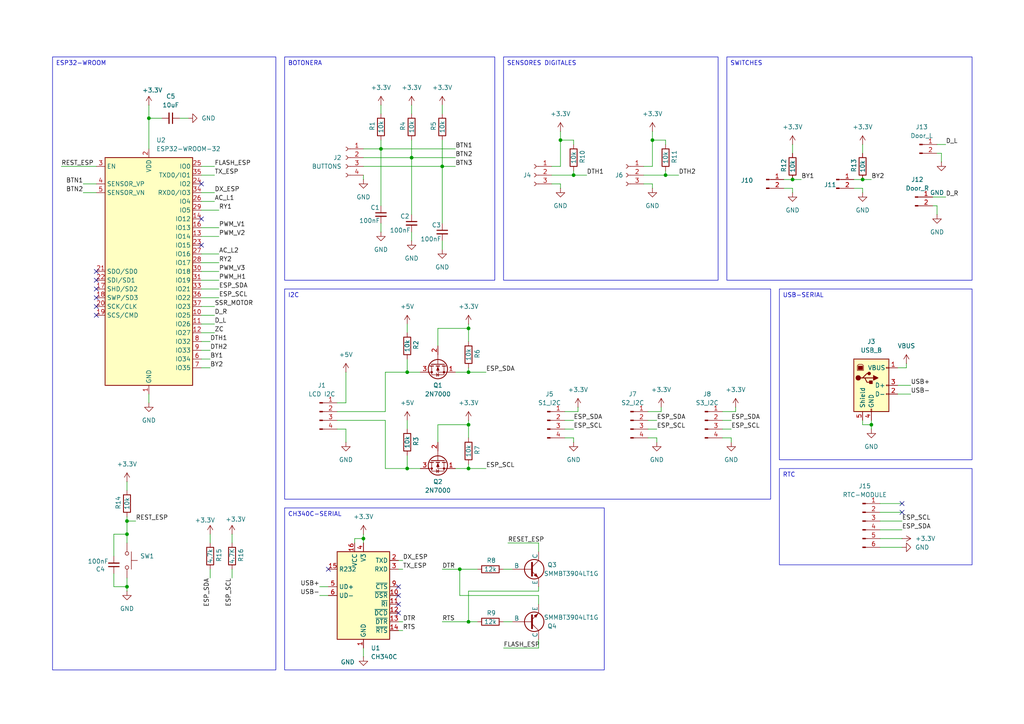
<source format=kicad_sch>
(kicad_sch (version 20250114) (generator "eeschema") (generator_version "9.0")
  (paper "A4")
  (lib_symbols
    (symbol "Connector:Conn_01x02_Pin" (pin_names (offset 1.016) (hide yes))
      (property "Reference" "J" (at 0 2.54 0))
      (property "Value" "Conn_01x02_Pin" (at 0 -5.08 0))
      (symbol "Conn_01x02_Pin_1_1"
        (pin passive line (at 5.08 0 180) (length 3.81) (name "Pin_1") (number "1"))
        (pin passive line (at 5.08 -2.54 180) (length 3.81) (name "Pin_2") (number "2"))
      )
    )
    (symbol "Connector:Conn_01x03_Socket" (pin_names (offset 1.016) (hide yes))
      (property "Reference" "J" (at 0 5.08 0))
      (property "Value" "Conn_01x03_Socket" (at 0 -5.08 0))
      (symbol "Conn_01x03_Socket_1_1"
        (pin passive line (at -5.08 2.54 0) (length 3.81) (name "Pin_1") (number "1"))
        (pin passive line (at -5.08 0 0) (length 3.81) (name "Pin_2") (number "2"))
        (pin passive line (at -5.08 -2.54 0) (length 3.81) (name "Pin_3") (number "3"))
      )
    )
    (symbol "Connector:Conn_01x04_Pin" (pin_names (offset 1.016) (hide yes))
      (property "Reference" "J" (at 0 5.08 0))
      (property "Value" "Conn_01x04_Pin" (at 0 -7.62 0))
      (symbol "Conn_01x04_Pin_1_1"
        (pin passive line (at 5.08 2.54 180) (length 3.81) (name "Pin_1") (number "1"))
        (pin passive line (at 5.08 0 180) (length 3.81) (name "Pin_2") (number "2"))
        (pin passive line (at 5.08 -2.54 180) (length 3.81) (name "Pin_3") (number "3"))
        (pin passive line (at 5.08 -5.08 180) (length 3.81) (name "Pin_4") (number "4"))
      )
    )
    (symbol "Connector:Conn_01x04_Socket" (pin_names (offset 1.016) (hide yes))
      (property "Reference" "J" (at 0 5.08 0))
      (property "Value" "Conn_01x04_Socket" (at 0 -7.62 0))
      (symbol "Conn_01x04_Socket_1_1"
        (pin passive line (at -5.08 2.54 0) (length 3.81) (name "Pin_1") (number "1"))
        (pin passive line (at -5.08 0 0) (length 3.81) (name "Pin_2") (number "2"))
        (pin passive line (at -5.08 -2.54 0) (length 3.81) (name "Pin_3") (number "3"))
        (pin passive line (at -5.08 -5.08 0) (length 3.81) (name "Pin_4") (number "4"))
      )
    )
    (symbol "Connector:Conn_01x06_Pin" (pin_names (offset 1.016) (hide yes))
      (property "Reference" "J" (at 0 7.62 0))
      (property "Value" "Conn_01x06_Pin" (at 0 -10.16 0))
      (symbol "Conn_01x06_Pin_1_1"
        (pin passive line (at 5.08 5.08 180) (length 3.81) (name "Pin_1") (number "1"))
        (pin passive line (at 5.08 2.54 180) (length 3.81) (name "Pin_2") (number "2"))
        (pin passive line (at 5.08 0 180) (length 3.81) (name "Pin_3") (number "3"))
        (pin passive line (at 5.08 -2.54 180) (length 3.81) (name "Pin_4") (number "4"))
        (pin passive line (at 5.08 -5.08 180) (length 3.81) (name "Pin_5") (number "5"))
        (pin passive line (at 5.08 -7.62 180) (length 3.81) (name "Pin_6") (number "6"))
      )
    )
    (symbol "Connector:USB_B" (pin_names (offset 1.016))
      (property "Reference" "J" (at -5.08 11.43 0))
      (property "Value" "USB_B" (at -5.08 8.89 0))
      (symbol "USB_B_1_1"
        (pin passive line (at -2.54 -10.16 90) (length 2.54) (name "Shield") (number "5"))
        (pin power_out line (at 0 -10.16 90) (length 2.54) (name "GND") (number "4"))
        (pin power_out line (at 7.62 5.08 180) (length 2.54) (name "VBUS") (number "1"))
        (pin bidirectional line (at 7.62 0 180) (length 2.54) (name "D+") (number "3"))
        (pin bidirectional line (at 7.62 -2.54 180) (length 2.54) (name "D-") (number "2"))
      )
    )
    (symbol "Device:C_Small" (pin_numbers (hide yes)) (pin_names (offset 0.254) (hide yes))
      (property "Reference" "C" (at 0.254 1.778 0))
      (property "Value" "C_Small" (at 0.254 -2.032 0))
      (symbol "C_Small_1_1"
        (pin passive line (at 0 2.54 270) (length 2.032) (name "~") (number "1"))
        (pin passive line (at 0 -2.54 90) (length 2.032) (name "~") (number "2"))
      )
    )
    (symbol "Device:R" (pin_numbers (hide yes)) (pin_names (offset 0))
      (property "Reference" "R" (at 2.032 0 90))
      (property "Value" "R" (at 0 0 90))
      (symbol "R_1_1"
        (pin passive line (at 0 3.81 270) (length 1.27) (name "~") (number "1"))
        (pin passive line (at 0 -3.81 90) (length 1.27) (name "~") (number "2"))
      )
    )
    (symbol "Interface_USB:CH340C"
      (property "Reference" "U" (at -5.08 13.97 0))
      (property "Value" "CH340C" (at 1.27 13.97 0))
      (symbol "CH340C_1_1"
        (pin input line (at -10.16 7.62 0) (length 2.54) (name "R232") (number "15"))
        (pin bidirectional line (at -10.16 2.54 0) (length 2.54) (name "UD+") (number "5"))
        (pin bidirectional line (at -10.16 0 0) (length 2.54) (name "UD-") (number "6"))
        (pin no_connect line (at -7.62 -5.08 0) (length 2.54) (hide yes) (name "NC") (number "7"))
        (pin no_connect line (at -7.62 -7.62 0) (length 2.54) (hide yes) (name "NC") (number "8"))
        (pin power_in line (at -2.54 15.24 270) (length 2.54) (name "VCC") (number "16"))
        (pin power_out line (at 0 15.24 270) (length 2.54) (name "V3") (number "4"))
        (pin power_in line (at 0 -15.24 90) (length 2.54) (name "GND") (number "1"))
        (pin output line (at 10.16 10.16 180) (length 2.54) (name "TXD") (number "2"))
        (pin input line (at 10.16 7.62 180) (length 2.54) (name "RXD") (number "3"))
        (pin input line (at 10.16 2.54 180) (length 2.54) (name "~{CTS}") (number "9"))
        (pin input line (at 10.16 0 180) (length 2.54) (name "~{DSR}") (number "10"))
        (pin input line (at 10.16 -2.54 180) (length 2.54) (name "~{RI}") (number "11"))
        (pin input line (at 10.16 -5.08 180) (length 2.54) (name "~{DCD}") (number "12"))
        (pin output line (at 10.16 -7.62 180) (length 2.54) (name "~{DTR}") (number "13"))
        (pin output line (at 10.16 -10.16 180) (length 2.54) (name "~{RTS}") (number "14"))
      )
    )
    (symbol "RF_Module:ESP32-WROOM-32"
      (property "Reference" "U" (at -12.7 34.29 0))
      (property "Value" "ESP32-WROOM-32" (at 1.27 34.29 0))
      (symbol "ESP32-WROOM-32_1_1"
        (pin input line (at -15.24 30.48 0) (length 2.54) (name "EN") (number "3"))
        (pin input line (at -15.24 25.4 0) (length 2.54) (name "SENSOR_VP") (number "4"))
        (pin input line (at -15.24 22.86 0) (length 2.54) (name "SENSOR_VN") (number "5"))
        (pin bidirectional line (at -15.24 0 0) (length 2.54) (name "SDO/SD0") (number "21"))
        (pin bidirectional line (at -15.24 -2.54 0) (length 2.54) (name "SDI/SD1") (number "22"))
        (pin bidirectional line (at -15.24 -5.08 0) (length 2.54) (name "SHD/SD2") (number "17"))
        (pin bidirectional line (at -15.24 -7.62 0) (length 2.54) (name "SWP/SD3") (number "18"))
        (pin bidirectional line (at -15.24 -10.16 0) (length 2.54) (name "SCK/CLK") (number "20"))
        (pin bidirectional line (at -15.24 -12.7 0) (length 2.54) (name "SCS/CMD") (number "19"))
        (pin no_connect line (at -12.7 -27.94 0) (length 2.54) (hide yes) (name "NC") (number "32"))
        (pin power_in line (at 0 35.56 270) (length 2.54) (name "VDD") (number "2"))
        (pin power_in line (at 0 -35.56 90) (length 2.54) (name "GND") (number "1"))
        (pin passive line (at 0 -35.56 90) (length 2.54) (hide yes) (name "GND") (number "15"))
        (pin passive line (at 0 -35.56 90) (length 2.54) (hide yes) (name "GND") (number "38"))
        (pin passive line (at 0 -35.56 90) (length 2.54) (hide yes) (name "GND") (number "39"))
        (pin bidirectional line (at 15.24 30.48 180) (length 2.54) (name "IO0") (number "25"))
        (pin bidirectional line (at 15.24 27.94 180) (length 2.54) (name "TXD0/IO1") (number "35"))
        (pin bidirectional line (at 15.24 25.4 180) (length 2.54) (name "IO2") (number "24"))
        (pin bidirectional line (at 15.24 22.86 180) (length 2.54) (name "RXD0/IO3") (number "34"))
        (pin bidirectional line (at 15.24 20.32 180) (length 2.54) (name "IO4") (number "26"))
        (pin bidirectional line (at 15.24 17.78 180) (length 2.54) (name "IO5") (number "29"))
        (pin bidirectional line (at 15.24 15.24 180) (length 2.54) (name "IO12") (number "14"))
        (pin bidirectional line (at 15.24 12.7 180) (length 2.54) (name "IO13") (number "16"))
        (pin bidirectional line (at 15.24 10.16 180) (length 2.54) (name "IO14") (number "13"))
        (pin bidirectional line (at 15.24 7.62 180) (length 2.54) (name "IO15") (number "23"))
        (pin bidirectional line (at 15.24 5.08 180) (length 2.54) (name "IO16") (number "27"))
        (pin bidirectional line (at 15.24 2.54 180) (length 2.54) (name "IO17") (number "28"))
        (pin bidirectional line (at 15.24 0 180) (length 2.54) (name "IO18") (number "30"))
        (pin bidirectional line (at 15.24 -2.54 180) (length 2.54) (name "IO19") (number "31"))
        (pin bidirectional line (at 15.24 -5.08 180) (length 2.54) (name "IO21") (number "33"))
        (pin bidirectional line (at 15.24 -7.62 180) (length 2.54) (name "IO22") (number "36"))
        (pin bidirectional line (at 15.24 -10.16 180) (length 2.54) (name "IO23") (number "37"))
        (pin bidirectional line (at 15.24 -12.7 180) (length 2.54) (name "IO25") (number "10"))
        (pin bidirectional line (at 15.24 -15.24 180) (length 2.54) (name "IO26") (number "11"))
        (pin bidirectional line (at 15.24 -17.78 180) (length 2.54) (name "IO27") (number "12"))
        (pin bidirectional line (at 15.24 -20.32 180) (length 2.54) (name "IO32") (number "8"))
        (pin bidirectional line (at 15.24 -22.86 180) (length 2.54) (name "IO33") (number "9"))
        (pin input line (at 15.24 -25.4 180) (length 2.54) (name "IO34") (number "6"))
        (pin input line (at 15.24 -27.94 180) (length 2.54) (name "IO35") (number "7"))
      )
    )
    (symbol "Simulation_SPICE:NPN" (pin_numbers (hide yes)) (pin_names (offset 0))
      (property "Reference" "Q" (at -2.54 7.62 0))
      (property "Value" "NPN" (at -2.54 5.08 0))
      (symbol "NPN_1_1"
        (pin input line (at -5.08 0 0) (length 2.54) (name "B") (number "2"))
        (pin open_collector line (at 2.54 5.08 270) (length 2.54) (name "C") (number "1"))
        (pin open_emitter line (at 2.54 -5.08 90) (length 2.54) (name "E") (number "3"))
      )
    )
    (symbol "Switch:SW_Push" (pin_numbers (hide yes)) (pin_names (offset 1.016) (hide yes))
      (property "Reference" "SW" (at 1.27 2.54 0))
      (property "Value" "SW_Push" (at 0 -1.524 0))
      (symbol "SW_Push_0_1"
        (pin passive line (at -5.08 0 0) (length 2.54) (name "1") (number "1"))
        (pin passive line (at 5.08 0 180) (length 2.54) (name "2") (number "2"))
      )
    )
    (symbol "Transistor_FET:2N7000" (pin_names (hide yes))
      (property "Reference" "Q" (at 5.08 1.905 0))
      (property "Value" "2N7000" (at 5.08 0 0))
      (symbol "2N7000_1_1"
        (pin input line (at -5.08 0 0) (length 2.54) (name "G") (number "2"))
        (pin passive line (at 2.54 5.08 270) (length 2.54) (name "D") (number "3"))
        (pin passive line (at 2.54 -5.08 90) (length 2.54) (name "S") (number "1"))
      )
    )
    (symbol "power:+3.3V" (power) (pin_numbers (hide yes)) (pin_names (offset 0) (hide yes))
      (property "Value" "+3.3V" (at 0 3.556 0))
      (symbol "+3.3V_1_1"
        (pin power_in line (at 0 0 90) (length 0) (name "~") (number "1"))
      )
    )
    (symbol "power:+5V" (power) (pin_numbers (hide yes)) (pin_names (offset 0) (hide yes))
      (property "Value" "+5V" (at 0 3.556 0))
      (symbol "+5V_1_1"
        (pin power_in line (at 0 0 90) (length 0) (name "~") (number "1"))
      )
    )
    (symbol "power:GND" (power) (pin_numbers (hide yes)) (pin_names (offset 0) (hide yes))
      (property "Value" "GND" (at 0 -3.81 0))
      (symbol "GND_1_1"
        (pin power_in line (at 0 0 270) (length 0) (name "~") (number "1"))
      )
    )
    (symbol "power:VBUS" (power) (pin_numbers (hide yes)) (pin_names (offset 0) (hide yes))
      (property "Value" "VBUS" (at 0 3.556 0))
      (symbol "VBUS_1_1"
        (pin power_in line (at 0 0 90) (length 0) (name "~") (number "1"))
      )
    )
  )
  (text_box "SWITCHES\n" (at 210.82 16.51 0) (size 71.12 64.77) (margins 0.9525 0.9525 0.9525 0.9525) (effects (font (size 1.27 1.27)) (justify left top)))
  (text_box "BOTONERA" (at 82.55 16.51 0) (size 60.96 64.77) (margins 0.9525 0.9525 0.9525 0.9525) (effects (font (size 1.27 1.27)) (justify left top)))
  (text_box "SENSORES DIGITALES" (at 146.05 16.51 0) (size 62.23 64.77) (margins 0.9525 0.9525 0.9525 0.9525) (effects (font (size 1.27 1.27)) (justify left top)))
  (text_box "I2C" (at 82.55 83.82 0) (size 140.97 60.96) (margins 0.9525 0.9525 0.9525 0.9525) (effects (font (size 1.27 1.27)) (justify left top)))
  (text_box "USB-SERIAL" (at 226.06 83.82 0) (size 55.88 49.53) (margins 0.9525 0.9525 0.9525 0.9525) (effects (font (size 1.27 1.27)) (justify left top)))
  (text_box "CH340C-SERIAL\n" (at 82.55 147.32 0) (size 92.71 46.99) (margins 0.9525 0.9525 0.9525 0.9525) (effects (font (size 1.27 1.27)) (justify left top)))
  (text_box "RTC\n" (at 226.06 135.89 0) (size 55.88 27.94) (margins 0.9525 0.9525 0.9525 0.9525) (effects (font (size 1.27 1.27)) (justify left top)))
  (text_box "ESP32-WROOM\n" (at 15.24 16.51 0) (size 64.77 177.8) (margins 0.9525 0.9525 0.9525 0.9525) (effects (font (size 1.27 1.27)) (justify left top)))
  (junction (at 43.18 34.29))
  (junction (at 105.41 156.21))
  (junction (at 135.89 123.19))
  (junction (at 229.87 52.07))
  (junction (at 252.73 123.19))
  (junction (at 135.89 135.89))
  (junction (at 189.23 40.64))
  (junction (at 166.37 50.8))
  (junction (at 36.83 151.13))
  (junction (at 162.56 40.64))
  (junction (at 128.27 48.26))
  (junction (at 133.35 165.1))
  (junction (at 118.11 135.89))
  (junction (at 250.19 52.07))
  (junction (at 110.49 43.18))
  (junction (at 135.89 107.95))
  (junction (at 118.11 107.95))
  (junction (at 36.83 170.18))
  (junction (at 36.83 154.94))
  (junction (at 193.04 50.8))
  (junction (at 135.89 180.34))
  (junction (at 135.89 95.25))
  (junction (at 119.38 45.72))
  (no_connect (at 58.42 53.34))
  (no_connect (at 261.62 148.59))
  (no_connect (at 58.42 63.5))
  (no_connect (at 27.94 88.9))
  (no_connect (at 58.42 71.12))
  (no_connect (at 27.94 83.82))
  (no_connect (at 115.57 177.8))
  (no_connect (at 261.62 146.05))
  (no_connect (at 95.25 165.1))
  (no_connect (at 115.57 175.26))
  (no_connect (at 27.94 78.74))
  (no_connect (at 27.94 81.28))
  (no_connect (at 115.57 172.72))
  (no_connect (at 27.94 91.44))
  (no_connect (at 27.94 86.36))
  (no_connect (at 115.57 170.18))
  (wire (pts (xy 135.89 135.89) (xy 132.08 135.89)))
  (wire (pts (xy 58.42 60.96) (xy 63.5 60.96)))
  (wire (pts (xy 60.96 154.94) (xy 60.96 157.48)))
  (wire (pts (xy 135.89 171.45) (xy 135.89 180.34)))
  (wire (pts (xy 212.09 128.27) (xy 212.09 127)))
  (wire (pts (xy 36.83 171.45) (xy 36.83 170.18)))
  (wire (pts (xy 36.83 151.13) (xy 36.83 154.94)))
  (wire (pts (xy 58.42 55.88) (xy 62.23 55.88)))
  (wire (pts (xy 67.31 154.94) (xy 67.31 157.48)))
  (wire (pts (xy 97.79 121.92) (xy 111.76 121.92)))
  (wire (pts (xy 100.33 116.84) (xy 97.79 116.84)))
  (wire (pts (xy 105.41 154.94) (xy 105.41 156.21)))
  (wire (pts (xy 60.96 165.1) (xy 60.96 167.64)))
  (wire (pts (xy 166.37 40.64) (xy 162.56 40.64)))
  (wire (pts (xy 189.23 38.1) (xy 189.23 40.64)))
  (wire (pts (xy 260.35 111.76) (xy 264.16 111.76)))
  (wire (pts (xy 193.04 50.8) (xy 196.85 50.8)))
  (wire (pts (xy 102.87 156.21) (xy 105.41 156.21)))
  (wire (pts (xy 262.89 105.41) (xy 262.89 106.68)))
  (wire (pts (xy 100.33 128.27) (xy 100.33 124.46)))
  (wire (pts (xy 119.38 45.72) (xy 132.08 45.72)))
  (wire (pts (xy 33.02 170.18) (xy 36.83 170.18)))
  (wire (pts (xy 58.42 106.68) (xy 60.96 106.68)))
  (wire (pts (xy 135.89 123.19) (xy 135.89 127)))
  (wire (pts (xy 255.27 151.13) (xy 261.62 151.13)))
  (wire (pts (xy 156.21 171.45) (xy 135.89 171.45)))
  (wire (pts (xy 127 95.25) (xy 135.89 95.25)))
  (wire (pts (xy 58.42 83.82) (xy 63.5 83.82)))
  (wire (pts (xy 189.23 53.34) (xy 189.23 54.61)))
  (wire (pts (xy 127 100.33) (xy 127 95.25)))
  (wire (pts (xy 67.31 165.1) (xy 67.31 167.64)))
  (wire (pts (xy 58.42 99.06) (xy 60.96 99.06)))
  (wire (pts (xy 146.05 180.34) (xy 148.59 180.34)))
  (wire (pts (xy 92.71 172.72) (xy 95.25 172.72)))
  (wire (pts (xy 255.27 146.05) (xy 261.62 146.05)))
  (wire (pts (xy 156.21 157.48) (xy 156.21 160.02)))
  (wire (pts (xy 191.77 118.11) (xy 191.77 119.38)))
  (wire (pts (xy 58.42 76.2) (xy 63.5 76.2)))
  (wire (pts (xy 43.18 34.29) (xy 43.18 30.48)))
  (wire (pts (xy 271.78 41.91) (xy 274.32 41.91)))
  (wire (pts (xy 135.89 107.95) (xy 132.08 107.95)))
  (wire (pts (xy 166.37 128.27) (xy 166.37 127)))
  (wire (pts (xy 105.41 156.21) (xy 105.41 157.48)))
  (wire (pts (xy 193.04 49.53) (xy 193.04 50.8)))
  (wire (pts (xy 33.02 154.94) (xy 36.83 154.94)))
  (wire (pts (xy 156.21 185.42) (xy 156.21 187.96)))
  (wire (pts (xy 127 123.19) (xy 135.89 123.19)))
  (wire (pts (xy 58.42 58.42) (xy 62.23 58.42)))
  (wire (pts (xy 111.76 107.95) (xy 118.11 107.95)))
  (wire (pts (xy 128.27 30.48) (xy 128.27 33.02)))
  (wire (pts (xy 167.64 118.11) (xy 167.64 119.38)))
  (wire (pts (xy 156.21 175.26) (xy 156.21 172.72)))
  (wire (pts (xy 255.27 148.59) (xy 261.62 148.59)))
  (wire (pts (xy 229.87 41.91) (xy 229.87 44.45)))
  (wire (pts (xy 250.19 55.88) (xy 250.19 54.61)))
  (wire (pts (xy 135.89 107.95) (xy 140.97 107.95)))
  (wire (pts (xy 166.37 121.92) (xy 163.83 121.92)))
  (wire (pts (xy 116.84 162.56) (xy 115.57 162.56)))
  (wire (pts (xy 227.33 52.07) (xy 229.87 52.07)))
  (wire (pts (xy 135.89 106.68) (xy 135.89 107.95)))
  (wire (pts (xy 128.27 69.85) (xy 128.27 72.39)))
  (wire (pts (xy 250.19 41.91) (xy 250.19 44.45)))
  (wire (pts (xy 102.87 157.48) (xy 102.87 156.21)))
  (wire (pts (xy 247.65 52.07) (xy 250.19 52.07)))
  (wire (pts (xy 255.27 156.21) (xy 261.62 156.21)))
  (wire (pts (xy 212.09 124.46) (xy 209.55 124.46)))
  (wire (pts (xy 162.56 48.26) (xy 160.02 48.26)))
  (wire (pts (xy 212.09 127) (xy 209.55 127)))
  (wire (pts (xy 100.33 107.95) (xy 100.33 116.84)))
  (wire (pts (xy 36.83 139.7) (xy 36.83 142.24)))
  (wire (pts (xy 128.27 48.26) (xy 128.27 64.77)))
  (wire (pts (xy 92.71 170.18) (xy 95.25 170.18)))
  (wire (pts (xy 36.83 151.13) (xy 39.37 151.13)))
  (wire (pts (xy 105.41 48.26) (xy 128.27 48.26)))
  (wire (pts (xy 62.23 48.26) (xy 58.42 48.26)))
  (wire (pts (xy 270.51 59.69) (xy 271.78 59.69)))
  (wire (pts (xy 118.11 104.14) (xy 118.11 107.95)))
  (wire (pts (xy 255.27 153.67) (xy 261.62 153.67)))
  (wire (pts (xy 190.5 128.27) (xy 190.5 127)))
  (wire (pts (xy 162.56 38.1) (xy 162.56 40.64)))
  (wire (pts (xy 262.89 106.68) (xy 260.35 106.68)))
  (wire (pts (xy 24.13 53.34) (xy 27.94 53.34)))
  (wire (pts (xy 58.42 50.8) (xy 62.23 50.8)))
  (wire (pts (xy 212.09 121.92) (xy 209.55 121.92)))
  (wire (pts (xy 58.42 81.28) (xy 63.5 81.28)))
  (wire (pts (xy 189.23 48.26) (xy 186.69 48.26)))
  (wire (pts (xy 58.42 66.04) (xy 63.5 66.04)))
  (wire (pts (xy 58.42 73.66) (xy 63.5 73.66)))
  (wire (pts (xy 58.42 96.52) (xy 62.23 96.52)))
  (wire (pts (xy 255.27 158.75) (xy 261.62 158.75)))
  (wire (pts (xy 110.49 64.77) (xy 110.49 67.31)))
  (wire (pts (xy 190.5 124.46) (xy 187.96 124.46)))
  (wire (pts (xy 111.76 135.89) (xy 118.11 135.89)))
  (wire (pts (xy 135.89 95.25) (xy 135.89 99.06)))
  (wire (pts (xy 229.87 52.07) (xy 232.41 52.07)))
  (wire (pts (xy 270.51 57.15) (xy 274.32 57.15)))
  (wire (pts (xy 156.21 171.45) (xy 156.21 170.18)))
  (wire (pts (xy 58.42 86.36) (xy 63.5 86.36)))
  (wire (pts (xy 187.96 119.38) (xy 191.77 119.38)))
  (wire (pts (xy 147.32 157.48) (xy 156.21 157.48)))
  (wire (pts (xy 116.84 180.34) (xy 115.57 180.34)))
  (wire (pts (xy 33.02 166.37) (xy 33.02 170.18)))
  (wire (pts (xy 133.35 165.1) (xy 138.43 165.1)))
  (wire (pts (xy 118.11 132.08) (xy 118.11 135.89)))
  (wire (pts (xy 271.78 44.45) (xy 273.05 44.45)))
  (wire (pts (xy 58.42 68.58) (xy 63.5 68.58)))
  (wire (pts (xy 229.87 55.88) (xy 229.87 54.61)))
  (wire (pts (xy 252.73 121.92) (xy 252.73 123.19)))
  (wire (pts (xy 24.13 55.88) (xy 27.94 55.88)))
  (wire (pts (xy 58.42 104.14) (xy 60.96 104.14)))
  (wire (pts (xy 209.55 119.38) (xy 213.36 119.38)))
  (wire (pts (xy 166.37 50.8) (xy 170.18 50.8)))
  (wire (pts (xy 166.37 41.91) (xy 166.37 40.64)))
  (wire (pts (xy 110.49 43.18) (xy 110.49 59.69)))
  (wire (pts (xy 116.84 182.88) (xy 115.57 182.88)))
  (wire (pts (xy 193.04 40.64) (xy 189.23 40.64)))
  (wire (pts (xy 36.83 149.86) (xy 36.83 151.13)))
  (wire (pts (xy 127 128.27) (xy 127 123.19)))
  (wire (pts (xy 162.56 40.64) (xy 162.56 48.26)))
  (wire (pts (xy 128.27 48.26) (xy 132.08 48.26)))
  (wire (pts (xy 166.37 127) (xy 163.83 127)))
  (wire (pts (xy 186.69 53.34) (xy 189.23 53.34)))
  (wire (pts (xy 250.19 121.92) (xy 250.19 123.19)))
  (wire (pts (xy 189.23 40.64) (xy 189.23 48.26)))
  (wire (pts (xy 128.27 165.1) (xy 133.35 165.1)))
  (wire (pts (xy 128.27 40.64) (xy 128.27 48.26)))
  (wire (pts (xy 110.49 30.48) (xy 110.49 33.02)))
  (wire (pts (xy 118.11 93.98) (xy 118.11 96.52)))
  (wire (pts (xy 213.36 118.11) (xy 213.36 119.38)))
  (wire (pts (xy 111.76 119.38) (xy 111.76 107.95)))
  (wire (pts (xy 111.76 121.92) (xy 111.76 135.89)))
  (wire (pts (xy 193.04 41.91) (xy 193.04 40.64)))
  (wire (pts (xy 162.56 53.34) (xy 162.56 54.61)))
  (wire (pts (xy 135.89 180.34) (xy 138.43 180.34)))
  (wire (pts (xy 186.69 50.8) (xy 193.04 50.8)))
  (wire (pts (xy 190.5 121.92) (xy 187.96 121.92)))
  (wire (pts (xy 146.05 187.96) (xy 156.21 187.96)))
  (wire (pts (xy 260.35 114.3) (xy 264.16 114.3)))
  (wire (pts (xy 110.49 43.18) (xy 132.08 43.18)))
  (wire (pts (xy 118.11 121.92) (xy 118.11 124.46)))
  (wire (pts (xy 43.18 114.3) (xy 43.18 116.84)))
  (wire (pts (xy 160.02 50.8) (xy 166.37 50.8)))
  (wire (pts (xy 46.99 34.29) (xy 43.18 34.29)))
  (wire (pts (xy 163.83 119.38) (xy 167.64 119.38)))
  (wire (pts (xy 105.41 50.8) (xy 105.41 52.07)))
  (wire (pts (xy 121.92 135.89) (xy 118.11 135.89)))
  (wire (pts (xy 250.19 54.61) (xy 247.65 54.61)))
  (wire (pts (xy 135.89 135.89) (xy 140.97 135.89)))
  (wire (pts (xy 116.84 165.1) (xy 115.57 165.1)))
  (wire (pts (xy 250.19 123.19) (xy 252.73 123.19)))
  (wire (pts (xy 119.38 67.31) (xy 119.38 69.85)))
  (wire (pts (xy 33.02 161.29) (xy 33.02 154.94)))
  (wire (pts (xy 166.37 49.53) (xy 166.37 50.8)))
  (wire (pts (xy 160.02 53.34) (xy 162.56 53.34)))
  (wire (pts (xy 58.42 101.6) (xy 60.96 101.6)))
  (wire (pts (xy 58.42 93.98) (xy 62.23 93.98)))
  (wire (pts (xy 250.19 52.07) (xy 252.73 52.07)))
  (wire (pts (xy 52.07 34.29) (xy 54.61 34.29)))
  (wire (pts (xy 105.41 187.96) (xy 105.41 190.5)))
  (wire (pts (xy 36.83 170.18) (xy 36.83 167.64)))
  (wire (pts (xy 58.42 78.74) (xy 63.5 78.74)))
  (wire (pts (xy 17.78 48.26) (xy 27.94 48.26)))
  (wire (pts (xy 105.41 45.72) (xy 119.38 45.72)))
  (wire (pts (xy 128.27 180.34) (xy 135.89 180.34)))
  (wire (pts (xy 105.41 43.18) (xy 110.49 43.18)))
  (wire (pts (xy 110.49 40.64) (xy 110.49 43.18)))
  (wire (pts (xy 100.33 124.46) (xy 97.79 124.46)))
  (wire (pts (xy 119.38 45.72) (xy 119.38 62.23)))
  (wire (pts (xy 36.83 154.94) (xy 36.83 157.48)))
  (wire (pts (xy 119.38 30.48) (xy 119.38 33.02)))
  (wire (pts (xy 229.87 54.61) (xy 227.33 54.61)))
  (wire (pts (xy 43.18 34.29) (xy 43.18 43.18)))
  (wire (pts (xy 146.05 165.1) (xy 148.59 165.1)))
  (wire (pts (xy 97.79 119.38) (xy 111.76 119.38)))
  (wire (pts (xy 190.5 127) (xy 187.96 127)))
  (wire (pts (xy 156.21 172.72) (xy 133.35 172.72)))
  (wire (pts (xy 271.78 59.69) (xy 271.78 62.23)))
  (wire (pts (xy 273.05 44.45) (xy 273.05 46.99)))
  (wire (pts (xy 121.92 107.95) (xy 118.11 107.95)))
  (wire (pts (xy 135.89 93.98) (xy 135.89 95.25)))
  (wire (pts (xy 166.37 124.46) (xy 163.83 124.46)))
  (wire (pts (xy 252.73 123.19) (xy 252.73 124.46)))
  (wire (pts (xy 58.42 91.44) (xy 62.23 91.44)))
  (wire (pts (xy 119.38 40.64) (xy 119.38 45.72)))
  (wire (pts (xy 58.42 88.9) (xy 62.23 88.9)))
  (wire (pts (xy 135.89 121.92) (xy 135.89 123.19)))
  (wire (pts (xy 133.35 172.72) (xy 133.35 165.1)))
  (wire (pts (xy 135.89 134.62) (xy 135.89 135.89)))
  (label "DX_ESP" (at 62.23 55.88 0))
  (label "ESP_SDA" (at 261.62 153.67 0))
  (label "AC_L2" (at 63.5 73.66 0))
  (label "ESP_SDA" (at 140.97 107.95 0))
  (label "DTR" (at 128.27 165.1 0))
  (label "USB+" (at 264.16 111.76 0))
  (label "RESET_ESP" (at 147.32 157.48 0))
  (label "ESP_SCL" (at 140.97 135.89 0))
  (label "ESP_SDA" (at 190.5 121.92 0))
  (label "PWM_H1" (at 63.5 81.28 0))
  (label "RY2" (at 63.5 76.2 0))
  (label "ESP_SCL" (at 190.5 124.46 0))
  (label "ESP_SDA" (at 212.09 121.92 0))
  (label "D_L" (at 274.32 41.91 0))
  (label "USB-" (at 92.71 172.72 180))
  (label "TX_ESP" (at 116.84 165.1 0))
  (label "USB-" (at 264.16 114.3 0))
  (label "FLASH_ESP" (at 146.05 187.96 0))
  (label "ESP_SCL" (at 166.37 124.46 0))
  (label "BY2" (at 60.96 106.68 0))
  (label "DTH2" (at 196.85 50.8 0))
  (label "REST_ESP" (at 39.37 151.13 0))
  (label "REST_ESP" (at 17.78 48.26 0))
  (label "D_R" (at 274.32 57.15 0))
  (label "FLASH_ESP" (at 62.23 48.26 0))
  (label "BTN1" (at 132.08 43.18 0))
  (label "RY1" (at 63.5 60.96 0))
  (label "TX_ESP" (at 62.23 50.8 0))
  (label "ESP_SCL" (at 67.31 167.64 270))
  (label "DX_ESP" (at 116.84 162.56 0))
  (label "USB+" (at 92.71 170.18 180))
  (label "BTN2" (at 24.13 55.88 180))
  (label "ESP_SCL" (at 261.62 151.13 0))
  (label "ESP_SDA" (at 60.96 167.64 270))
  (label "DTR" (at 116.84 180.34 0))
  (label "PWM_V1" (at 63.5 66.04 0))
  (label "DTH1" (at 60.96 99.06 0))
  (label "PWM_V3" (at 63.5 78.74 0))
  (label "DTH1" (at 170.18 50.8 0))
  (label "BTN1" (at 24.13 53.34 180))
  (label "D_R" (at 62.23 91.44 0))
  (label "ESP_SDA" (at 63.5 83.82 0))
  (label "BTN3" (at 132.08 48.26 0))
  (label "ESP_SDA" (at 166.37 121.92 0))
  (label "BY1" (at 232.41 52.07 0))
  (label "ZC" (at 62.23 96.52 0))
  (label "D_L" (at 62.23 93.98 0))
  (label "BTN2" (at 132.08 45.72 0))
  (label "BY1" (at 60.96 104.14 0))
  (label "DTH2" (at 60.96 101.6 0))
  (label "RTS" (at 128.27 180.34 0))
  (label "ESP_SCL" (at 212.09 124.46 0))
  (label "SSR_MOTOR" (at 62.23 88.9 0))
  (label "BY2" (at 252.73 52.07 0))
  (label "AC_L1" (at 62.23 58.42 0))
  (label "PWM_V2" (at 63.5 68.58 0))
  (label "ESP_SCL" (at 63.5 86.36 0))
  (label "RTS" (at 116.84 182.88 0))
  (symbol (lib_id "power:+3.3V") (at 162.56 38.1 0) (unit 1)
    (property "Reference" "#PWR018" (effects (hide yes)))
    (property "Value" "+3.3V" (at 162.56 33.02 0))
    (property "Description" "Power symbol creates a global label with name \"+3.3V\"" (effects (hide yes)))
  )
  (symbol (lib_id "power:GND") (at 162.56 54.61 0) (unit 1)
    (property "Reference" "#PWR019" (effects (hide yes)))
    (property "Value" "GND" (at 162.56 59.69 0))
    (property "Description" "Power symbol creates a global label with name \"GND\" , ground" (effects (hide yes)))
  )
  (symbol (lib_id "power:GND") (at 128.27 72.39 0) (unit 1)
    (property "Reference" "#PWR014" (effects (hide yes)))
    (property "Value" "GND" (at 128.27 77.47 0))
    (property "Description" "Power symbol creates a global label with name \"GND\" , ground" (effects (hide yes)))
  )
  (symbol (lib_id "power:VBUS") (at 262.89 105.41 0) (unit 1)
    (property "Reference" "#PWR017" (effects (hide yes)))
    (property "Value" "VBUS" (at 262.89 100.33 0))
    (property "Description" "Power symbol creates a global label with name \"VBUS\"" (effects (hide yes)))
  )
  (symbol (lib_id "power:+3.3V") (at 250.19 41.91 0) (mirror y) (unit 1)
    (property "Reference" "#PWR030" (effects (hide yes)))
    (property "Value" "+3.3V" (at 250.19 36.83 0))
    (property "Description" "Power symbol creates a global label with name \"+3.3V\"" (effects (hide yes)))
  )
  (symbol (lib_id "power:+3.3V") (at 261.62 156.21 270) (unit 1)
    (property "Reference" "#PWR042" (effects (hide yes)))
    (property "Value" "+3.3V" (at 265.43 156.2099 90) (effects (justify left)))
    (property "Description" "Power symbol creates a global label with name \"+3.3V\"" (effects (hide yes)))
  )
  (symbol (lib_id "Device:R") (at 119.38 36.83 0) (unit 1)
    (property "Reference" "R4" (at 116.84 36.576 90))
    (property "Value" "10k" (at 119.38 36.83 90))
    (property "Description" "Resistor" (effects (hide yes)))
  )
  (symbol (lib_id "Connector:Conn_01x04_Pin") (at 158.75 121.92 0) (unit 1)
    (property "Reference" "J5" (at 159.385 114.3 0))
    (property "Value" "S1_I2C" (at 159.385 116.84 0))
    (property "Footprint" "Connector_Molex:Molex_KK-254_AE-6410-04A_1x04_P2.54mm_Vertical" (effects (hide yes)))
    (property "Description" "Generic connector, single row, 01x04, script generated" (effects (hide yes)))
  )
  (symbol (lib_id "Device:R") (at 135.89 130.81 0) (mirror y) (unit 1)
    (property "Reference" "R7" (at 138.43 130.556 90))
    (property "Value" "10k" (at 135.89 130.81 90))
    (property "Description" "Resistor" (effects (hide yes)))
  )
  (symbol (lib_id "Device:R") (at 118.11 100.33 0) (mirror y) (unit 1)
    (property "Reference" "R2" (at 120.65 100.076 90))
    (property "Value" "10k" (at 118.11 100.33 90))
    (property "Description" "Resistor" (effects (hide yes)))
  )
  (symbol (lib_id "power:+3.3V") (at 167.64 118.11 0) (mirror y) (unit 1)
    (property "Reference" "#PWR021" (effects (hide yes)))
    (property "Value" "+3.3V" (at 167.64 113.03 0))
    (property "Description" "Power symbol creates a global label with name \"+3.3V\"" (effects (hide yes)))
  )
  (symbol (lib_id "Device:R") (at 110.49 36.83 0) (unit 1)
    (property "Reference" "R1" (at 107.95 36.576 90))
    (property "Value" "10k" (at 110.49 36.83 90))
    (property "Description" "Resistor" (effects (hide yes)))
  )
  (symbol (lib_id "Transistor_FET:2N7000") (at 127 105.41 90) (mirror x) (unit 1)
    (property "Reference" "Q1" (at 127 111.76 90))
    (property "Value" "2N7000" (at 127 114.3 90))
    (property "Footprint" "Package_TO_SOT_SMD:SOT-23-3" (effects (hide yes)))
    (property "Datasheet" "https://www.vishay.com/docs/70226/70226.pdf" (effects (hide yes)))
    (property "Description" "0.2A Id, 200V Vds, N-Channel MOSFET, 2.6V Logic Level, TO-92" (effects (hide yes)))
  )
  (symbol (lib_id "RF_Module:ESP32-WROOM-32") (at 43.18 78.74 0) (unit 1)
    (property "Reference" "U2" (at 45.3233 40.64 0) (effects (justify left)))
    (property "Value" "ESP32-WROOM-32" (at 45.3233 43.18 0) (effects (justify left)))
    (property "Footprint" "RF_Module:ESP32-WROOM-32" (effects (hide yes)))
    (property "Datasheet" "https://www.espressif.com/sites/default/files/documentation/esp32-wroom-32_datasheet_en.pdf" (effects (hide yes)))
    (property "Description" "RF Module, ESP32-D0WDQ6 SoC, Wi-Fi 802.11b/g/n, Bluetooth, BLE, 32-bit, 2.7-3.6V, onboard antenna, SMD" (effects (hide yes)))
  )
  (symbol (lib_id "Device:R") (at 118.11 128.27 0) (mirror y) (unit 1)
    (property "Reference" "R3" (at 120.65 128.016 90))
    (property "Value" "10k" (at 118.11 128.27 90))
    (property "Description" "Resistor" (effects (hide yes)))
  )
  (symbol (lib_id "power:+5V") (at 118.11 93.98 0) (mirror y) (unit 1)
    (property "Reference" "#PWR08" (effects (hide yes)))
    (property "Value" "+5V" (at 118.11 88.9 0))
    (property "Description" "Power symbol creates a global label with name \"+5V\"" (effects (hide yes)))
  )
  (symbol (lib_id "Interface_USB:CH340C") (at 105.41 172.72 0) (unit 1)
    (property "Reference" "U1" (at 107.5533 187.96 0) (effects (justify left)))
    (property "Value" "CH340C" (at 107.5533 190.5 0) (effects (justify left)))
    (property "Footprint" "Package_SO:SOIC-16_3.9x9.9mm_P1.27mm" (effects (hide yes)))
    (property "Datasheet" "https://datasheet.lcsc.com/szlcsc/Jiangsu-Qin-Heng-CH340C_C84681.pdf" (effects (hide yes)))
    (property "Description" "USB serial converter, crystal-less, UART, SOIC-16" (effects (hide yes)))
  )
  (symbol (lib_id "power:+3.3V") (at 229.87 41.91 0) (mirror y) (unit 1)
    (property "Reference" "#PWR028" (effects (hide yes)))
    (property "Value" "+3.3V" (at 229.87 36.83 0))
    (property "Description" "Power symbol creates a global label with name \"+3.3V\"" (effects (hide yes)))
  )
  (symbol (lib_id "power:GND") (at 110.49 67.31 0) (unit 1)
    (property "Reference" "#PWR07" (effects (hide yes)))
    (property "Value" "GND" (at 110.49 72.39 0))
    (property "Description" "Power symbol creates a global label with name \"GND\" , ground" (effects (hide yes)))
  )
  (symbol (lib_id "Device:R") (at 250.19 48.26 0) (unit 1)
    (property "Reference" "R13" (at 247.65 48.006 90))
    (property "Value" "10k" (at 250.19 48.26 90))
    (property "Description" "Resistor" (effects (hide yes)))
  )
  (symbol (lib_id "power:+3.3V") (at 119.38 30.48 0) (unit 1)
    (property "Reference" "#PWR010" (effects (hide yes)))
    (property "Value" "+3.3V" (at 119.38 25.4 0))
    (property "Description" "Power symbol creates a global label with name \"+3.3V\"" (effects (hide yes)))
  )
  (symbol (lib_id "power:GND") (at 212.09 128.27 0) (unit 1)
    (property "Reference" "#PWR026" (effects (hide yes)))
    (property "Value" "GND" (at 212.09 133.35 0))
    (property "Description" "Power symbol creates a global label with name \"GND\" , ground" (effects (hide yes)))
  )
  (symbol (lib_id "Connector:Conn_01x02_Pin") (at 265.43 57.15 0) (unit 1)
    (property "Reference" "J12" (at 266.065 52.07 0))
    (property "Value" "Door_R" (at 266.065 54.61 0))
    (property "Footprint" "Connector_JST:JST_XA_B02B-XASK-1_1x02_P2.50mm_Vertical" (effects (hide yes)))
    (property "Description" "Generic connector, single row, 01x02, script generated" (effects (hide yes)))
  )
  (symbol (lib_id "power:GND") (at 252.73 124.46 0) (unit 1)
    (property "Reference" "#PWR012" (effects (hide yes)))
    (property "Value" "GND" (at 252.73 129.54 0))
    (property "Description" "Power symbol creates a global label with name \"GND\" , ground" (effects (hide yes)))
  )
  (symbol (lib_id "power:GND") (at 36.83 171.45 0) (unit 1)
    (property "Reference" "#PWR035" (effects (hide yes)))
    (property "Value" "GND" (at 36.83 176.53 0))
    (property "Description" "Power symbol creates a global label with name \"GND\" , ground" (effects (hide yes)))
  )
  (symbol (lib_id "Device:R") (at 142.24 165.1 270) (unit 1)
    (property "Reference" "R8" (at 142.494 162.56 90))
    (property "Value" "12k" (at 142.24 165.1 90))
    (property "Description" "Resistor" (effects (hide yes)))
  )
  (symbol (lib_id "Connector:Conn_01x04_Pin") (at 204.47 121.92 0) (unit 1)
    (property "Reference" "J8" (at 205.105 114.3 0))
    (property "Value" "S3_I2C" (at 205.105 116.84 0))
    (property "Footprint" "Connector_Molex:Molex_KK-254_AE-6410-04A_1x04_P2.54mm_Vertical" (effects (hide yes)))
    (property "Description" "Generic connector, single row, 01x04, script generated" (effects (hide yes)))
  )
  (symbol (lib_id "Connector:Conn_01x02_Pin") (at 222.25 52.07 0) (unit 1)
    (property "Reference" "J10" (at 216.662 52.324 0))
    (property "Value" "Conn_01x02_Pin" (effects (hide yes)))
    (property "Footprint" "Connector_Molex:Molex_KK-254_AE-6410-02A_1x02_P2.54mm_Vertical" (effects (hide yes)))
    (property "Description" "Generic connector, single row, 01x02, script generated" (effects (hide yes)))
  )
  (symbol (lib_id "power:GND") (at 250.19 55.88 0) (unit 1)
    (property "Reference" "#PWR031" (effects (hide yes)))
    (property "Value" "GND" (at 250.19 60.96 0))
    (property "Description" "Power symbol creates a global label with name \"GND\" , ground" (effects (hide yes)))
  )
  (symbol (lib_id "power:GND") (at 105.41 52.07 0) (unit 1)
    (property "Reference" "#PWR05" (effects (hide yes)))
    (property "Value" "GND" (at 105.41 57.15 0))
    (property "Description" "Power symbol creates a global label with name \"GND\" , ground" (effects (hide yes)))
  )
  (symbol (lib_id "Device:C_Small") (at 49.53 34.29 270) (unit 1)
    (property "Reference" "C5" (at 49.5236 27.94 90))
    (property "Value" "10uF" (at 49.5236 30.48 90))
    (property "Footprint" "Capacitor_THT:C_Radial_D6.3mm_H7.0mm_P2.50mm" (effects (hide yes)))
    (property "Description" "Unpolarized capacitor, small symbol" (effects (hide yes)))
  )
  (symbol (lib_id "power:+3.3V") (at 128.27 30.48 0) (unit 1)
    (property "Reference" "#PWR013" (effects (hide yes)))
    (property "Value" "+3.3V" (at 128.27 25.4 0))
    (property "Description" "Power symbol creates a global label with name \"+3.3V\"" (effects (hide yes)))
  )
  (symbol (lib_id "Device:R") (at 67.31 161.29 0) (mirror y) (unit 1)
    (property "Reference" "R16" (at 69.85 161.036 90))
    (property "Value" "4.7K" (at 67.31 161.29 90))
    (property "Description" "Resistor" (effects (hide yes)))
  )
  (symbol (lib_id "power:+3.3V") (at 135.89 121.92 0) (mirror y) (unit 1)
    (property "Reference" "#PWR016" (effects (hide yes)))
    (property "Value" "+3.3V" (at 135.89 116.84 0))
    (property "Description" "Power symbol creates a global label with name \"+3.3V\"" (effects (hide yes)))
  )
  (symbol (lib_id "power:+3.3V") (at 189.23 38.1 0) (unit 1)
    (property "Reference" "#PWR022" (effects (hide yes)))
    (property "Value" "+3.3V" (at 189.23 33.02 0))
    (property "Description" "Power symbol creates a global label with name \"+3.3V\"" (effects (hide yes)))
  )
  (symbol (lib_id "Connector:Conn_01x03_Socket") (at 181.61 50.8 0) (mirror y) (unit 1)
    (property "Reference" "J6" (at 179.578 50.8 0))
    (property "Value" "DTH1" (effects (hide yes)))
    (property "Footprint" "Connector_Molex:Molex_KK-254_AE-6410-03A_1x03_P2.54mm_Vertical" (effects (hide yes)))
    (property "Description" "Generic connector, single row, 01x03, script generated" (effects (hide yes)))
  )
  (symbol (lib_id "Transistor_FET:2N7000") (at 127 133.35 90) (mirror x) (unit 1)
    (property "Reference" "Q2" (at 127 139.7 90))
    (property "Value" "2N7000" (at 127 142.24 90))
    (property "Footprint" "Package_TO_SOT_SMD:SOT-23-3" (effects (hide yes)))
    (property "Datasheet" "https://www.vishay.com/docs/70226/70226.pdf" (effects (hide yes)))
    (property "Description" "0.2A Id, 200V Vds, N-Channel MOSFET, 2.6V Logic Level, TO-92" (effects (hide yes)))
  )
  (symbol (lib_id "Device:R") (at 193.04 45.72 0) (mirror y) (unit 1)
    (property "Reference" "R11" (at 195.58 45.466 90))
    (property "Value" "10k" (at 193.04 45.72 90))
    (property "Description" "Resistor" (effects (hide yes)))
  )
  (symbol (lib_id "power:+3.3V") (at 135.89 93.98 0) (mirror y) (unit 1)
    (property "Reference" "#PWR015" (effects (hide yes)))
    (property "Value" "+3.3V" (at 135.89 88.9 0))
    (property "Description" "Power symbol creates a global label with name \"+3.3V\"" (effects (hide yes)))
  )
  (symbol (lib_id "Connector:Conn_01x02_Pin") (at 242.57 52.07 0) (unit 1)
    (property "Reference" "J11" (at 240.792 53.594 0))
    (property "Value" "Conn_01x02_Pin" (effects (hide yes)))
    (property "Footprint" "Connector_Molex:Molex_KK-254_AE-6410-02A_1x02_P2.54mm_Vertical" (effects (hide yes)))
    (property "Description" "Generic connector, single row, 01x02, script generated" (effects (hide yes)))
  )
  (symbol (lib_id "power:GND") (at 273.05 46.99 0) (unit 1)
    (property "Reference" "#PWR033" (effects (hide yes)))
    (property "Value" "GND" (at 271.78 55.88 0))
    (property "Description" "Power symbol creates a global label with name \"GND\" , ground" (effects (hide yes)))
  )
  (symbol (lib_id "Device:C_Small") (at 110.49 62.23 0) (unit 1)
    (property "Reference" "C1" (at 107.442 60.198 0) (effects (justify left)))
    (property "Value" "100nF" (at 104.14 64.008 0) (effects (justify left)))
    (property "Description" "Unpolarized capacitor, small symbol" (effects (hide yes)))
  )
  (symbol (lib_id "power:+3.3V") (at 213.36 118.11 0) (mirror y) (unit 1)
    (property "Reference" "#PWR027" (effects (hide yes)))
    (property "Value" "+3.3V" (at 213.36 113.03 0))
    (property "Description" "Power symbol creates a global label with name \"+3.3V\"" (effects (hide yes)))
  )
  (symbol (lib_id "power:+3.3V") (at 60.96 154.94 0) (mirror y) (unit 1)
    (property "Reference" "#PWR039" (effects (hide yes)))
    (property "Value" "+3.3V" (at 59.436 150.876 0))
    (property "Description" "Power symbol creates a global label with name \"+3.3V\"" (effects (hide yes)))
  )
  (symbol (lib_id "Simulation_SPICE:NPN") (at 153.67 180.34 0) (mirror x) (unit 1)
    (property "Reference" "Q4" (at 158.75 181.6101 0) (effects (justify left)))
    (property "Value" "SMMBT3904LT1G" (at 157.734 179.07 0) (effects (justify left)))
    (property "Footprint" "Package_TO_SOT_SMD:SOT-23-3" (effects (hide yes)))
    (property "Datasheet" "https://ngspice.sourceforge.io/docs/ngspice-html-manual/manual.xhtml#cha_BJTs" (effects (hide yes)))
    (property "Description" "Bipolar transistor symbol for simulation only, substrate tied to the emitter" (effects (hide yes)))
    (property "Sim.Device" "NPN" (effects (hide yes)))
    (property "Sim.Type" "GUMMELPOON" (effects (hide yes)))
    (property "Sim.Pins" "1=C 2=B 3=E" (effects (hide yes)))
  )
  (symbol (lib_id "Connector:USB_B") (at 252.73 111.76 0) (unit 1)
    (property "Reference" "J3" (at 252.73 99.06 0))
    (property "Value" "USB_B" (at 252.73 101.6 0))
    (property "Footprint" "Connector_USB:USB_B_OST_USB-B1HSxx_Horizontal" (effects (hide yes)))
    (property "Description" "USB Type B connector" (effects (hide yes)))
  )
  (symbol (lib_id "power:GND") (at 43.18 116.84 0) (unit 1)
    (property "Reference" "#PWR037" (effects (hide yes)))
    (property "Value" "GND" (at 43.18 121.92 0))
    (property "Description" "Power symbol creates a global label with name \"GND\" , ground" (effects (hide yes)))
  )
  (symbol (lib_id "Connector:Conn_01x03_Socket") (at 154.94 50.8 0) (mirror y) (unit 1)
    (property "Reference" "J4" (at 152.908 50.8 0))
    (property "Value" "DTH1" (effects (hide yes)))
    (property "Footprint" "Connector_Molex:Molex_KK-254_AE-6410-03A_1x03_P2.54mm_Vertical" (effects (hide yes)))
    (property "Description" "Generic connector, single row, 01x03, script generated" (effects (hide yes)))
  )
  (symbol (lib_id "Connector:Conn_01x02_Pin") (at 266.7 41.91 0) (unit 1)
    (property "Reference" "J13" (at 267.335 36.83 0))
    (property "Value" "Door_L" (at 267.335 39.37 0))
    (property "Footprint" "Connector_JST:JST_XA_B02B-XASK-1_1x02_P2.50mm_Vertical" (effects (hide yes)))
    (property "Description" "Generic connector, single row, 01x02, script generated" (effects (hide yes)))
  )
  (symbol (lib_id "power:+3.3V") (at 105.41 154.94 0) (unit 1)
    (property "Reference" "#PWR03" (effects (hide yes)))
    (property "Value" "+3.3V" (at 105.41 149.86 0))
    (property "Description" "Power symbol creates a global label with name \"+3.3V\"" (effects (hide yes)))
  )
  (symbol (lib_id "Connector:Conn_01x04_Socket") (at 100.33 45.72 0) (mirror y) (unit 1)
    (property "Reference" "J2" (at 99.06 45.7199 0) (effects (justify left)))
    (property "Value" "BUTTONS" (at 99.06 48.2599 0) (effects (justify left)))
    (property "Footprint" "Connector_JST:JST_EH_B4B-EH-A_1x04_P2.50mm_Vertical" (effects (hide yes)))
    (property "Description" "Generic connector, single row, 01x04, script generated" (effects (hide yes)))
  )
  (symbol (lib_id "Device:R") (at 229.87 48.26 0) (unit 1)
    (property "Reference" "R12" (at 227.33 48.006 90))
    (property "Value" "10k" (at 229.87 48.26 90))
    (property "Description" "Resistor" (effects (hide yes)))
  )
  (symbol (lib_id "Device:C_Small") (at 128.27 67.31 0) (unit 1)
    (property "Reference" "C3" (at 125.222 65.278 0) (effects (justify left)))
    (property "Value" "100nF" (at 121.92 69.342 0) (effects (justify left)))
    (property "Description" "Unpolarized capacitor, small symbol" (effects (hide yes)))
  )
  (symbol (lib_id "power:GND") (at 271.78 62.23 0) (unit 1)
    (property "Reference" "#PWR032" (effects (hide yes)))
    (property "Value" "GND" (at 271.78 67.31 0))
    (property "Description" "Power symbol creates a global label with name \"GND\" , ground" (effects (hide yes)))
  )
  (symbol (lib_id "power:+5V") (at 100.33 107.95 0) (unit 1)
    (property "Reference" "#PWR01" (effects (hide yes)))
    (property "Value" "+5V" (at 100.33 102.87 0))
    (property "Description" "Power symbol creates a global label with name \"+5V\"" (effects (hide yes)))
  )
  (symbol (lib_id "power:GND") (at 105.41 190.5 0) (unit 1)
    (property "Reference" "#PWR04" (effects (hide yes)))
    (property "Value" "GND" (at 100.838 192.024 0))
    (property "Description" "Power symbol creates a global label with name \"GND\" , ground" (effects (hide yes)))
  )
  (symbol (lib_id "Device:R") (at 60.96 161.29 0) (mirror y) (unit 1)
    (property "Reference" "R15" (at 63.5 161.036 90))
    (property "Value" "4.7k" (at 60.96 161.29 90))
    (property "Description" "Resistor" (effects (hide yes)))
  )
  (symbol (lib_id "Device:R") (at 135.89 102.87 0) (mirror y) (unit 1)
    (property "Reference" "R6" (at 138.43 102.616 90))
    (property "Value" "10k" (at 135.89 102.87 90))
    (property "Description" "Resistor" (effects (hide yes)))
  )
  (symbol (lib_id "Simulation_SPICE:NPN") (at 153.67 165.1 0) (unit 1)
    (property "Reference" "Q3" (at 158.75 163.8299 0) (effects (justify left)))
    (property "Value" "SMMBT3904LT1G" (at 157.734 166.37 0) (effects (justify left)))
    (property "Footprint" "Package_TO_SOT_SMD:SOT-23-3" (effects (hide yes)))
    (property "Datasheet" "https://ngspice.sourceforge.io/docs/ngspice-html-manual/manual.xhtml#cha_BJTs" (effects (hide yes)))
    (property "Description" "Bipolar transistor symbol for simulation only, substrate tied to the emitter" (effects (hide yes)))
    (property "Sim.Device" "NPN" (effects (hide yes)))
    (property "Sim.Type" "GUMMELPOON" (effects (hide yes)))
    (property "Sim.Pins" "1=C 2=B 3=E" (effects (hide yes)))
  )
  (symbol (lib_id "power:+3.3V") (at 36.83 139.7 0) (unit 1)
    (property "Reference" "#PWR034" (effects (hide yes)))
    (property "Value" "+3.3V" (at 36.83 134.62 0))
    (property "Description" "Power symbol creates a global label with name \"+3.3V\"" (effects (hide yes)))
  )
  (symbol (lib_id "Switch:SW_Push") (at 36.83 162.56 270) (unit 1)
    (property "Reference" "SW1" (at 40.64 161.2899 90) (effects (justify left)))
    (property "Value" "RESET_BTN" (effects (hide yes)))
    (property "Description" "Push button switch, generic, two pins" (effects (hide yes)))
  )
  (symbol (lib_id "power:GND") (at 119.38 69.85 0) (unit 1)
    (property "Reference" "#PWR011" (effects (hide yes)))
    (property "Value" "GND" (at 119.38 74.93 0))
    (property "Description" "Power symbol creates a global label with name \"GND\" , ground" (effects (hide yes)))
  )
  (symbol (lib_id "Device:C_Small") (at 33.02 163.83 180) (unit 1)
    (property "Reference" "C4" (at 30.48 165.0938 0) (effects (justify left)))
    (property "Value" "100nF" (at 31.496 162.814 0) (effects (justify left)))
    (property "Description" "Unpolarized capacitor, small symbol" (effects (hide yes)))
  )
  (symbol (lib_id "Connector:Conn_01x06_Pin") (at 250.19 151.13 0) (unit 1)
    (property "Reference" "J15" (at 250.825 140.97 0))
    (property "Value" "RTC-MODULE" (at 250.825 143.51 0))
    (property "Footprint" "Connector_PinHeader_2.54mm:PinHeader_1x06_P2.54mm_Vertical" (effects (hide yes)))
    (property "Description" "Generic connector, single row, 01x06, script generated" (effects (hide yes)))
  )
  (symbol (lib_id "power:+5V") (at 118.11 121.92 0) (mirror y) (unit 1)
    (property "Reference" "#PWR09" (effects (hide yes)))
    (property "Value" "+5V" (at 118.11 116.84 0))
    (property "Description" "Power symbol creates a global label with name \"+5V\"" (effects (hide yes)))
  )
  (symbol (lib_id "Device:C_Small") (at 119.38 64.77 0) (unit 1)
    (property "Reference" "C2" (at 116.078 62.738 0) (effects (justify left)))
    (property "Value" "100nF" (at 113.03 66.802 0) (effects (justify left)))
    (property "Description" "Unpolarized capacitor, small symbol" (effects (hide yes)))
  )
  (symbol (lib_id "power:GND") (at 100.33 128.27 0) (unit 1)
    (property "Reference" "#PWR02" (effects (hide yes)))
    (property "Value" "GND" (at 100.33 133.35 0))
    (property "Description" "Power symbol creates a global label with name \"GND\" , ground" (effects (hide yes)))
  )
  (symbol (lib_id "power:GND") (at 190.5 128.27 0) (unit 1)
    (property "Reference" "#PWR024" (effects (hide yes)))
    (property "Value" "GND" (at 190.5 133.35 0))
    (property "Description" "Power symbol creates a global label with name \"GND\" , ground" (effects (hide yes)))
  )
  (symbol (lib_id "Connector:Conn_01x04_Pin") (at 182.88 121.92 0) (unit 1)
    (property "Reference" "J7" (at 183.515 114.3 0))
    (property "Value" "S2_I2C" (at 183.515 116.84 0))
    (property "Footprint" "Connector_Molex:Molex_KK-254_AE-6410-04A_1x04_P2.54mm_Vertical" (effects (hide yes)))
    (property "Description" "Generic connector, single row, 01x04, script generated" (effects (hide yes)))
  )
  (symbol (lib_id "power:+3.3V") (at 43.18 30.48 0) (mirror y) (unit 1)
    (property "Reference" "#PWR036" (effects (hide yes)))
    (property "Value" "+3.3V" (at 44.196 26.162 0))
    (property "Description" "Power symbol creates a global label with name \"+3.3V\"" (effects (hide yes)))
  )
  (symbol (lib_id "power:GND") (at 261.62 158.75 90) (unit 1)
    (property "Reference" "#PWR041" (effects (hide yes)))
    (property "Value" "GND" (at 265.43 158.7499 90) (effects (justify right)))
    (property "Description" "Power symbol creates a global label with name \"GND\" , ground" (effects (hide yes)))
  )
  (symbol (lib_id "power:+3.3V") (at 191.77 118.11 0) (mirror y) (unit 1)
    (property "Reference" "#PWR025" (effects (hide yes)))
    (property "Value" "+3.3V" (at 191.77 113.03 0))
    (property "Description" "Power symbol creates a global label with name \"+3.3V\"" (effects (hide yes)))
  )
  (symbol (lib_id "power:GND") (at 54.61 34.29 90) (unit 1)
    (property "Reference" "#PWR038" (effects (hide yes)))
    (property "Value" "GND" (at 58.42 34.2899 90) (effects (justify right)))
    (property "Description" "Power symbol creates a global label with name \"GND\" , ground" (effects (hide yes)))
  )
  (symbol (lib_id "Device:R") (at 128.27 36.83 0) (unit 1)
    (property "Reference" "R5" (at 125.73 36.576 90))
    (property "Value" "10k" (at 128.27 36.83 90))
    (property "Description" "Resistor" (effects (hide yes)))
  )
  (symbol (lib_id "Device:R") (at 36.83 146.05 0) (unit 1)
    (property "Reference" "R14" (at 34.29 145.796 90))
    (property "Value" "10k" (at 36.83 146.05 90))
    (property "Description" "Resistor" (effects (hide yes)))
  )
  (symbol (lib_id "power:GND") (at 229.87 55.88 0) (unit 1)
    (property "Reference" "#PWR029" (effects (hide yes)))
    (property "Value" "GND" (at 229.87 60.96 0))
    (property "Description" "Power symbol creates a global label with name \"GND\" , ground" (effects (hide yes)))
  )
  (symbol (lib_id "power:+3.3V") (at 67.31 154.94 0) (mirror y) (unit 1)
    (property "Reference" "#PWR040" (effects (hide yes)))
    (property "Value" "+3.3V" (at 68.326 150.622 0))
    (property "Description" "Power symbol creates a global label with name \"+3.3V\"" (effects (hide yes)))
  )
  (symbol (lib_id "Device:R") (at 166.37 45.72 0) (mirror y) (unit 1)
    (property "Reference" "R10" (at 168.91 45.466 90))
    (property "Value" "10k" (at 166.37 45.72 90))
    (property "Description" "Resistor" (effects (hide yes)))
  )
  (symbol (lib_id "power:GND") (at 166.37 128.27 0) (unit 1)
    (property "Reference" "#PWR020" (effects (hide yes)))
    (property "Value" "GND" (at 166.37 133.35 0))
    (property "Description" "Power symbol creates a global label with name \"GND\" , ground" (effects (hide yes)))
  )
  (symbol (lib_id "Connector:Conn_01x04_Pin") (at 92.71 119.38 0) (unit 1)
    (property "Reference" "J1" (at 93.345 111.76 0))
    (property "Value" "LCD I2C" (at 93.345 114.3 0))
    (property "Footprint" "Connector_Molex:Molex_KK-254_AE-6410-04A_1x04_P2.54mm_Vertical" (effects (hide yes)))
    (property "Description" "Generic connector, single row, 01x04, script generated" (effects (hide yes)))
  )
  (symbol (lib_id "power:+3.3V") (at 110.49 30.48 0) (unit 1)
    (property "Reference" "#PWR06" (effects (hide yes)))
    (property "Value" "+3.3V" (at 110.49 25.4 0))
    (property "Description" "Power symbol creates a global label with name \"+3.3V\"" (effects (hide yes)))
  )
  (symbol (lib_id "Device:R") (at 142.24 180.34 270) (unit 1)
    (property "Reference" "R9" (at 142.494 177.8 90))
    (property "Value" "12k" (at 142.24 180.34 90))
    (property "Description" "Resistor" (effects (hide yes)))
  )
  (symbol (lib_id "power:GND") (at 189.23 54.61 0) (unit 1)
    (property "Reference" "#PWR023" (effects (hide yes)))
    (property "Value" "GND" (at 189.23 59.69 0))
    (property "Description" "Power symbol creates a global label with name \"GND\" , ground" (effects (hide yes)))
  )
)
</source>
